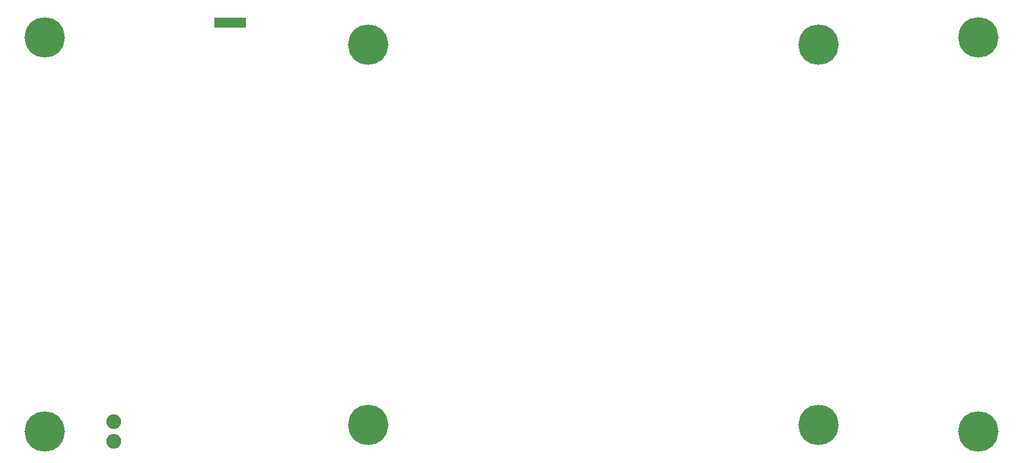
<source format=gbs>
G04 Layer: BottomSolderMaskLayer*
G04 Panelize: , Column: 2, Row: 2, Board Size: 127.89mm x 58.42mm, Panelized Board Size: 257.78mm x 118.84mm*
G04 EasyEDA v6.5.34, 2023-08-21 18:11:39*
G04 e8c068331ae34e3d8125ef6c1ac767d1,5a6b42c53f6a479593ecc07194224c93,10*
G04 Gerber Generator version 0.2*
G04 Scale: 100 percent, Rotated: No, Reflected: No *
G04 Dimensions in millimeters *
G04 leading zeros omitted , absolute positions ,4 integer and 5 decimal *
%FSLAX45Y45*%
%MOMM*%

%ADD10C,5.2032*%
%ADD11C,1.9016*%

%LPD*%
D10*
G01*
X381000Y5461000D03*
G01*
X381000Y381000D03*
G01*
X12405106Y5461000D03*
G01*
X12405106Y381000D03*
G01*
X4550486Y472109D03*
G01*
X10350474Y472109D03*
G01*
X4550486Y5372100D03*
G01*
X10350474Y5372100D03*
D11*
G01*
X1270000Y508000D03*
G01*
X1270000Y254000D03*
G36*
X2565400Y5715000D02*
G01*
X2971800Y5715000D01*
X2971800Y5588000D01*
X2565400Y5588000D01*
G37*
M02*

</source>
